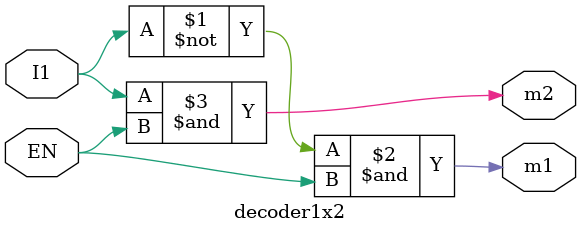
<source format=v>
`timescale 1ns / 1ps
module decoder1x2(
    input EN,
    input I1,
    output m1,
    output m2
    );
	 
	 assign m1=~(I1)&EN;
	 assign m2=I1&EN;

endmodule

</source>
